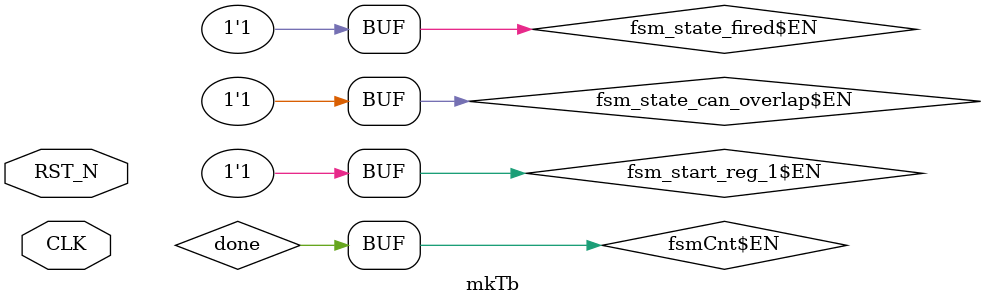
<source format=v>

`ifdef BSV_ASSIGNMENT_DELAY
`else
  `define BSV_ASSIGNMENT_DELAY
`endif

`ifdef BSV_POSITIVE_RESET
  `define BSV_RESET_VALUE 1'b1
  `define BSV_RESET_EDGE posedge
`else
  `define BSV_RESET_VALUE 1'b0
  `define BSV_RESET_EDGE negedge
`endif

module mkTb(CLK,
	    RST_N);
  input  CLK;
  input  RST_N;

  // inlined wires
  wire fsm_start_wire$whas, fsm_state_set_pw$whas;

  // register done
  reg done;
  wire done$D_IN, done$EN;

  // register fsmCnt
  reg [31 : 0] fsmCnt;
  wire [31 : 0] fsmCnt$D_IN;
  wire fsmCnt$EN;

  // register fsm_start_reg
  reg fsm_start_reg;
  wire fsm_start_reg$D_IN, fsm_start_reg$EN;

  // register fsm_start_reg_1
  reg fsm_start_reg_1;
  wire fsm_start_reg_1$D_IN, fsm_start_reg_1$EN;

  // register fsm_state_can_overlap
  reg fsm_state_can_overlap;
  wire fsm_state_can_overlap$D_IN, fsm_state_can_overlap$EN;

  // register fsm_state_fired
  reg fsm_state_fired;
  wire fsm_state_fired$D_IN, fsm_state_fired$EN;

  // register fsm_state_mkFSMstate
  reg [4 : 0] fsm_state_mkFSMstate;
  reg [4 : 0] fsm_state_mkFSMstate$D_IN;
  wire fsm_state_mkFSMstate$EN;

  // register hash
  reg [31 : 0] hash;
  wire [31 : 0] hash$D_IN;
  wire hash$EN;

  // register val
  reg [31 : 0] val;
  reg [31 : 0] val$D_IN;
  wire val$EN;

  // rule scheduling signals
  wire WILL_FIRE_RL_fsm_action_l87c13,
       WILL_FIRE_RL_fsm_fsm_start,
       WILL_FIRE_RL_fsm_idle_l86c17,
       WILL_FIRE_RL_rl_finish,
       WILL_FIRE_RL_rl_start,
       WILL_FIRE_RL_rl_step;

  // inputs to muxes for submodule ports
  wire [31 : 0] MUX_val$write_1__VAL_10;

  // declarations used by system tasks
  // synopsys translate_off
  reg [63 : 0] v__h26293;
  reg [63 : 0] v__h26356;
  reg [63 : 0] v__h26478;
  reg [63 : 0] v__h26692;
  reg [63 : 0] v__h26568;
  // synopsys translate_on

  // remaining internal signals
  wire [63 : 0] hash_5_XOR_val_6_MUL_0xCC9E2D51_7_BITS_16_TO_0_ETC___d57,
		val_6_MUL_0xCC9E2D51_7_BITS_16_TO_0_8_CONCAT_v_ETC___d51,
		val_6_MUL_0xCC9E2D51___d47;
  wire [31 : 0] a__h23536,
		a__h24063,
		a__h24067,
		a__h24071,
		a__h24072,
		b__h24065,
		b__h24066,
		b__h24070,
		b__h24074,
		b__h24075,
		c__h24068,
		c__h24069,
		c__h24073,
		c__h24077,
		h__h22398,
		hash_5_MINUS_0x30405060___d63,
		hash_5_XOR_val_6_MUL_0xCC9E2D51_7_BITS_16_TO_0_ETC___d53,
		key__h26500,
		n__h24173,
		n__h24219,
		n__h24265,
		n__h24311,
		n__h24357,
		result__h26390,
		x__h23507,
		x__h24047;
  wire fsm_abort_whas_AND_fsm_abort_wget_OR_fsm_state_ETC___d137;

  // rule RL_rl_start
  assign WILL_FIRE_RL_rl_start =
	     fsm_abort_whas_AND_fsm_abort_wget_OR_fsm_state_ETC___d137 &&
	     !fsm_start_reg &&
	     !done ;

  // rule RL_rl_step
  assign WILL_FIRE_RL_rl_step =
	     (fsm_state_mkFSMstate != 5'd0 && fsm_state_mkFSMstate != 5'd14 ||
	      fsm_start_reg_1 && !fsm_state_fired ||
	      fsm_start_reg) &&
	     val != 32'd0 ;

  // rule RL_rl_finish
  assign WILL_FIRE_RL_rl_finish = (fsmCnt ^ 32'h80000000) > 32'h80000000 ;

  // rule RL_fsm_fsm_start
  assign WILL_FIRE_RL_fsm_fsm_start =
	     fsm_abort_whas_AND_fsm_abort_wget_OR_fsm_state_ETC___d137 &&
	     fsm_start_reg ;

  // rule RL_fsm_action_l87c13
  assign WILL_FIRE_RL_fsm_action_l87c13 =
	     fsm_start_wire$whas &&
	     (fsm_state_mkFSMstate == 5'd0 || fsm_state_mkFSMstate == 5'd14) ;

  // rule RL_fsm_idle_l86c17
  assign WILL_FIRE_RL_fsm_idle_l86c17 =
	     !fsm_start_wire$whas && fsm_state_mkFSMstate == 5'd14 ;

  // inputs to muxes for submodule ports
  assign MUX_val$write_1__VAL_10 =
	     hash_5_XOR_val_6_MUL_0xCC9E2D51_7_BITS_16_TO_0_ETC___d57[31:0] +
	     32'hE6546B64 ;

  // inlined wires
  assign fsm_start_wire$whas =
	     WILL_FIRE_RL_fsm_fsm_start ||
	     fsm_start_reg_1 && !fsm_state_fired ;
  assign fsm_state_set_pw$whas =
	     WILL_FIRE_RL_fsm_idle_l86c17 || fsm_state_mkFSMstate == 5'd13 ||
	     fsm_state_mkFSMstate == 5'd12 ||
	     fsm_state_mkFSMstate == 5'd11 ||
	     fsm_state_mkFSMstate == 5'd10 ||
	     fsm_state_mkFSMstate == 5'd9 ||
	     fsm_state_mkFSMstate == 5'd8 ||
	     fsm_state_mkFSMstate == 5'd7 ||
	     fsm_state_mkFSMstate == 5'd6 ||
	     fsm_state_mkFSMstate == 5'd5 ||
	     fsm_state_mkFSMstate == 5'd4 ||
	     fsm_state_mkFSMstate == 5'd3 ||
	     fsm_state_mkFSMstate == 5'd2 ||
	     fsm_state_mkFSMstate == 5'd1 ||
	     WILL_FIRE_RL_fsm_action_l87c13 ;

  // register done
  assign done$D_IN = fsm_state_mkFSMstate == 5'd12 ;
  assign done$EN = done || fsm_state_mkFSMstate == 5'd12 ;

  // register fsmCnt
  assign fsmCnt$D_IN = fsmCnt + 32'd1 ;
  assign fsmCnt$EN = done ;

  // register fsm_start_reg
  assign fsm_start_reg$D_IN = !WILL_FIRE_RL_fsm_fsm_start ;
  assign fsm_start_reg$EN =
	     WILL_FIRE_RL_fsm_fsm_start || WILL_FIRE_RL_rl_start ;

  // register fsm_start_reg_1
  assign fsm_start_reg_1$D_IN = fsm_start_wire$whas ;
  assign fsm_start_reg_1$EN = 1'd1 ;

  // register fsm_state_can_overlap
  assign fsm_state_can_overlap$D_IN =
	     fsm_state_set_pw$whas || fsm_state_can_overlap ;
  assign fsm_state_can_overlap$EN = 1'd1 ;

  // register fsm_state_fired
  assign fsm_state_fired$D_IN = fsm_state_set_pw$whas ;
  assign fsm_state_fired$EN = 1'd1 ;

  // register fsm_state_mkFSMstate
  always@(WILL_FIRE_RL_fsm_idle_l86c17 or
	  WILL_FIRE_RL_fsm_action_l87c13 or fsm_state_mkFSMstate)
  begin
    case (1'b1) // synopsys parallel_case
      WILL_FIRE_RL_fsm_idle_l86c17: fsm_state_mkFSMstate$D_IN = 5'd0;
      WILL_FIRE_RL_fsm_action_l87c13: fsm_state_mkFSMstate$D_IN = 5'd1;
      fsm_state_mkFSMstate == 5'd1: fsm_state_mkFSMstate$D_IN = 5'd2;
      fsm_state_mkFSMstate == 5'd2: fsm_state_mkFSMstate$D_IN = 5'd3;
      fsm_state_mkFSMstate == 5'd3: fsm_state_mkFSMstate$D_IN = 5'd4;
      fsm_state_mkFSMstate == 5'd4: fsm_state_mkFSMstate$D_IN = 5'd5;
      fsm_state_mkFSMstate == 5'd5: fsm_state_mkFSMstate$D_IN = 5'd6;
      fsm_state_mkFSMstate == 5'd6: fsm_state_mkFSMstate$D_IN = 5'd7;
      fsm_state_mkFSMstate == 5'd7: fsm_state_mkFSMstate$D_IN = 5'd8;
      fsm_state_mkFSMstate == 5'd8: fsm_state_mkFSMstate$D_IN = 5'd9;
      fsm_state_mkFSMstate == 5'd9: fsm_state_mkFSMstate$D_IN = 5'd10;
      fsm_state_mkFSMstate == 5'd10: fsm_state_mkFSMstate$D_IN = 5'd11;
      fsm_state_mkFSMstate == 5'd11: fsm_state_mkFSMstate$D_IN = 5'd12;
      fsm_state_mkFSMstate == 5'd12: fsm_state_mkFSMstate$D_IN = 5'd13;
      fsm_state_mkFSMstate == 5'd13: fsm_state_mkFSMstate$D_IN = 5'd14;
      default: fsm_state_mkFSMstate$D_IN = 5'b01010 /* unspecified value */ ;
    endcase
  end
  assign fsm_state_mkFSMstate$EN =
	     WILL_FIRE_RL_fsm_idle_l86c17 || WILL_FIRE_RL_fsm_action_l87c13 ||
	     fsm_state_mkFSMstate == 5'd1 ||
	     fsm_state_mkFSMstate == 5'd2 ||
	     fsm_state_mkFSMstate == 5'd3 ||
	     fsm_state_mkFSMstate == 5'd4 ||
	     fsm_state_mkFSMstate == 5'd5 ||
	     fsm_state_mkFSMstate == 5'd6 ||
	     fsm_state_mkFSMstate == 5'd7 ||
	     fsm_state_mkFSMstate == 5'd8 ||
	     fsm_state_mkFSMstate == 5'd9 ||
	     fsm_state_mkFSMstate == 5'd10 ||
	     fsm_state_mkFSMstate == 5'd11 ||
	     fsm_state_mkFSMstate == 5'd12 ||
	     fsm_state_mkFSMstate == 5'd13 ;

  // register hash
  assign hash$D_IN = MUX_val$write_1__VAL_10 ;
  assign hash$EN = fsm_state_mkFSMstate == 5'd4 ;

  // register val
  always@(WILL_FIRE_RL_fsm_action_l87c13 or
	  fsm_state_mkFSMstate or
	  x__h24047 or
	  x__h23507 or a__h23536 or done or MUX_val$write_1__VAL_10)
  case (1'b1)
    WILL_FIRE_RL_fsm_action_l87c13: val$D_IN = 32'h12345678;
    fsm_state_mkFSMstate == 5'd11: val$D_IN = 32'h6F57206F;
    fsm_state_mkFSMstate == 5'd10: val$D_IN = 32'h6C6C6548;
    fsm_state_mkFSMstate == 5'd9: val$D_IN = 32'h72726F63;
    fsm_state_mkFSMstate == 5'd8: val$D_IN = 32'h636F7272;
    fsm_state_mkFSMstate == 5'd7: val$D_IN = x__h24047;
    fsm_state_mkFSMstate == 5'd6: val$D_IN = x__h23507;
    fsm_state_mkFSMstate == 5'd5: val$D_IN = a__h23536;
    done: val$D_IN = 32'd0;
    fsm_state_mkFSMstate == 5'd4: val$D_IN = MUX_val$write_1__VAL_10;
    fsm_state_mkFSMstate == 5'd3: val$D_IN = 32'hABCDEF01;
    fsm_state_mkFSMstate == 5'd2: val$D_IN = 32'h01020304;
    fsm_state_mkFSMstate == 5'd1: val$D_IN = 32'h11223344;
    default: val$D_IN = 32'hAAAAAAAA /* unspecified value */ ;
  endcase
  assign val$EN =
	     fsm_state_mkFSMstate == 5'd4 || fsm_state_mkFSMstate == 5'd5 ||
	     fsm_state_mkFSMstate == 5'd6 ||
	     fsm_state_mkFSMstate == 5'd7 ||
	     done ||
	     fsm_state_mkFSMstate == 5'd2 ||
	     fsm_state_mkFSMstate == 5'd1 ||
	     WILL_FIRE_RL_fsm_action_l87c13 ||
	     fsm_state_mkFSMstate == 5'd8 ||
	     fsm_state_mkFSMstate == 5'd10 ||
	     fsm_state_mkFSMstate == 5'd11 ||
	     fsm_state_mkFSMstate == 5'd9 ||
	     fsm_state_mkFSMstate == 5'd3 ;

  // remaining internal signals
  assign a__h23536 = a__h24072 + c__h24073 ;
  assign a__h24063 =
	     { hash_5_MINUS_0x30405060___d63[31:27],
	       ~hash_5_MINUS_0x30405060___d63[26],
	       hash_5_MINUS_0x30405060___d63[25:19],
	       ~hash_5_MINUS_0x30405060___d63[18],
	       hash_5_MINUS_0x30405060___d63[17],
	       ~hash_5_MINUS_0x30405060___d63[16],
	       hash_5_MINUS_0x30405060___d63[15:11],
	       ~hash_5_MINUS_0x30405060___d63[10:9],
	       hash_5_MINUS_0x30405060___d63[8:2],
	       ~hash_5_MINUS_0x30405060___d63[1:0] } ;
  assign a__h24067 = a__h24063 + 32'd1114941144 ;
  assign a__h24071 = a__h24067 - c__h24069 ;
  assign a__h24072 = a__h24071 ^ n__h24265 ;
  assign b__h24065 = 32'h12345678 - a__h24063 ;
  assign b__h24066 = b__h24065 ^ n__h24173 ;
  assign b__h24070 = b__h24066 + a__h24067 ;
  assign b__h24074 = b__h24070 - a__h24072 ;
  assign b__h24075 = b__h24074 ^ n__h24311 ;
  assign c__h24068 = 32'd1114941144 - b__h24066 ;
  assign c__h24069 = c__h24068 ^ n__h24219 ;
  assign c__h24073 = c__h24069 + b__h24070 ;
  assign c__h24077 = c__h24073 - b__h24075 ;
  assign fsm_abort_whas_AND_fsm_abort_wget_OR_fsm_state_ETC___d137 =
	     (fsm_state_mkFSMstate == 5'd0 ||
	      fsm_state_mkFSMstate == 5'd14) &&
	     (!fsm_start_reg_1 || fsm_state_fired) ;
  assign h__h22398 =
	     { hash_5_XOR_val_6_MUL_0xCC9E2D51_7_BITS_16_TO_0_ETC___d53[18:0],
	       hash_5_XOR_val_6_MUL_0xCC9E2D51_7_BITS_16_TO_0_ETC___d53[31:19] } ;
  assign hash_5_MINUS_0x30405060___d63 = hash - 32'h30405060 ;
  assign hash_5_XOR_val_6_MUL_0xCC9E2D51_7_BITS_16_TO_0_ETC___d53 =
	     hash ^
	     val_6_MUL_0xCC9E2D51_7_BITS_16_TO_0_8_CONCAT_v_ETC___d51[31:0] ;
  assign hash_5_XOR_val_6_MUL_0xCC9E2D51_7_BITS_16_TO_0_ETC___d57 =
	     h__h22398 * 32'h00000005 ;
  assign key__h26500 =
	     { val_6_MUL_0xCC9E2D51___d47[16:0],
	       val_6_MUL_0xCC9E2D51___d47[31:17] } ;
  assign n__h24173 =
	     { hash_5_MINUS_0x30405060___d63[25:19],
	       ~hash_5_MINUS_0x30405060___d63[18],
	       hash_5_MINUS_0x30405060___d63[17],
	       ~hash_5_MINUS_0x30405060___d63[16],
	       hash_5_MINUS_0x30405060___d63[15:11],
	       ~hash_5_MINUS_0x30405060___d63[10:9],
	       hash_5_MINUS_0x30405060___d63[8:2],
	       ~hash_5_MINUS_0x30405060___d63[1:0],
	       hash_5_MINUS_0x30405060___d63[31:27],
	       ~hash_5_MINUS_0x30405060___d63[26] } ;
  assign n__h24219 = { b__h24066[23:0], b__h24066[31:24] } ;
  assign n__h24265 = { c__h24069[15:0], c__h24069[31:16] } ;
  assign n__h24311 = { a__h24072[12:0], a__h24072[31:13] } ;
  assign n__h24357 = { b__h24075[27:0], b__h24075[31:28] } ;
  assign result__h26390 = { val[7:0], val[15:8], val[23:16], val[31:24] } ;
  assign val_6_MUL_0xCC9E2D51_7_BITS_16_TO_0_8_CONCAT_v_ETC___d51 =
	     key__h26500 * 32'h1B873593 ;
  assign val_6_MUL_0xCC9E2D51___d47 = val * 32'hCC9E2D51 ;
  assign x__h23507 = b__h24075 + a__h23536 ;
  assign x__h24047 = c__h24077 ^ n__h24357 ;

  // handling of inlined registers

  always@(posedge CLK)
  begin
    if (RST_N == `BSV_RESET_VALUE)
      begin
        done <= `BSV_ASSIGNMENT_DELAY 1'd0;
	fsmCnt <= `BSV_ASSIGNMENT_DELAY 32'd0;
	fsm_start_reg <= `BSV_ASSIGNMENT_DELAY 1'd0;
	fsm_start_reg_1 <= `BSV_ASSIGNMENT_DELAY 1'd0;
	fsm_state_can_overlap <= `BSV_ASSIGNMENT_DELAY 1'd1;
	fsm_state_fired <= `BSV_ASSIGNMENT_DELAY 1'd0;
	fsm_state_mkFSMstate <= `BSV_ASSIGNMENT_DELAY 5'd0;
	hash <= `BSV_ASSIGNMENT_DELAY 32'h00001234;
	val <= `BSV_ASSIGNMENT_DELAY 32'd0;
      end
    else
      begin
        if (done$EN) done <= `BSV_ASSIGNMENT_DELAY done$D_IN;
	if (fsmCnt$EN) fsmCnt <= `BSV_ASSIGNMENT_DELAY fsmCnt$D_IN;
	if (fsm_start_reg$EN)
	  fsm_start_reg <= `BSV_ASSIGNMENT_DELAY fsm_start_reg$D_IN;
	if (fsm_start_reg_1$EN)
	  fsm_start_reg_1 <= `BSV_ASSIGNMENT_DELAY fsm_start_reg_1$D_IN;
	if (fsm_state_can_overlap$EN)
	  fsm_state_can_overlap <= `BSV_ASSIGNMENT_DELAY
	      fsm_state_can_overlap$D_IN;
	if (fsm_state_fired$EN)
	  fsm_state_fired <= `BSV_ASSIGNMENT_DELAY fsm_state_fired$D_IN;
	if (fsm_state_mkFSMstate$EN)
	  fsm_state_mkFSMstate <= `BSV_ASSIGNMENT_DELAY
	      fsm_state_mkFSMstate$D_IN;
	if (hash$EN) hash <= `BSV_ASSIGNMENT_DELAY hash$D_IN;
	if (val$EN) val <= `BSV_ASSIGNMENT_DELAY val$D_IN;
      end
  end

  // synopsys translate_off
  `ifdef BSV_NO_INITIAL_BLOCKS
  `else // not BSV_NO_INITIAL_BLOCKS
  initial
  begin
    done = 1'h0;
    fsmCnt = 32'hAAAAAAAA;
    fsm_start_reg = 1'h0;
    fsm_start_reg_1 = 1'h0;
    fsm_state_can_overlap = 1'h0;
    fsm_state_fired = 1'h0;
    fsm_state_mkFSMstate = 5'h0A;
    hash = 32'hAAAAAAAA;
    val = 32'hAAAAAAAA;
  end
  `endif // BSV_NO_INITIAL_BLOCKS
  // synopsys translate_on

  // handling of system tasks

  // synopsys translate_off
  always@(negedge CLK)
  begin
    #0;
    if (RST_N != `BSV_RESET_VALUE)
      if (WILL_FIRE_RL_rl_start)
	begin
	  v__h26293 = $time;
	  #0;
	end
    if (RST_N != `BSV_RESET_VALUE)
      if (WILL_FIRE_RL_rl_start) $display("rl_start at", v__h26293);
    if (RST_N != `BSV_RESET_VALUE)
      if (WILL_FIRE_RL_rl_step)
	begin
	  v__h26356 = $time;
	  #0;
	end
    if (RST_N != `BSV_RESET_VALUE)
      if (WILL_FIRE_RL_rl_step)
	$display("endian:\t%08x, %08x at %d", val, result__h26390, v__h26356);
    if (RST_N != `BSV_RESET_VALUE)
      if (WILL_FIRE_RL_rl_step)
	begin
	  v__h26478 = $time;
	  #0;
	end
    if (RST_N != `BSV_RESET_VALUE)
      if (WILL_FIRE_RL_rl_step)
	$display("scram:\t%08x, %08x at %d",
		 val,
		 val_6_MUL_0xCC9E2D51_7_BITS_16_TO_0_8_CONCAT_v_ETC___d51[31:0],
		 v__h26478);
    if (RST_N != `BSV_RESET_VALUE)
      if (WILL_FIRE_RL_rl_finish)
	begin
	  v__h26692 = $time;
	  #0;
	end
    if (RST_N != `BSV_RESET_VALUE)
      if (WILL_FIRE_RL_rl_finish) $display("finished at", v__h26692);
    if (RST_N != `BSV_RESET_VALUE) if (WILL_FIRE_RL_rl_finish) $finish(32'd1);
    if (RST_N != `BSV_RESET_VALUE)
      if (done)
	begin
	  v__h26568 = $time;
	  #0;
	end
    if (RST_N != `BSV_RESET_VALUE) if (done) $display("done at", v__h26568);
    if (RST_N != `BSV_RESET_VALUE)
      if (fsm_state_mkFSMstate == 5'd5)
	$display("\tabc[%1d]=%08x", $signed(32'd0), a__h23536);
    if (RST_N != `BSV_RESET_VALUE)
      if (fsm_state_mkFSMstate == 5'd5)
	$display("\tabc[%1d]=%08x", $signed(32'd1), x__h23507);
    if (RST_N != `BSV_RESET_VALUE)
      if (fsm_state_mkFSMstate == 5'd5)
	$display("\tabc[%1d]=%08x", $signed(32'd2), x__h24047);
    if (RST_N != `BSV_RESET_VALUE)
      if (fsm_state_mkFSMstate == 5'd13) $display("\t** final action **");
    if (RST_N != `BSV_RESET_VALUE)
      if (fsm_state_mkFSMstate == 5'd1 &&
	  (fsm_state_mkFSMstate == 5'd2 || fsm_state_mkFSMstate == 5'd3 ||
	   fsm_state_mkFSMstate == 5'd4 ||
	   fsm_state_mkFSMstate == 5'd5 ||
	   fsm_state_mkFSMstate == 5'd6 ||
	   fsm_state_mkFSMstate == 5'd7 ||
	   fsm_state_mkFSMstate == 5'd8 ||
	   fsm_state_mkFSMstate == 5'd9 ||
	   fsm_state_mkFSMstate == 5'd10 ||
	   fsm_state_mkFSMstate == 5'd11 ||
	   fsm_state_mkFSMstate == 5'd12 ||
	   fsm_state_mkFSMstate == 5'd13))
	$display("Error: \"Tb.bsv\", line 88, column 13: (R0001)\n  Mutually exclusive rules (from the ME sets [RL_fsm_action_l88c13] and\n  [RL_fsm_action_l89c13, RL_fsm_action_l90c13, RL_fsm_action_l91c9,\n  RL_fsm_action_l100c9, RL_fsm_action_l106c9, RL_fsm_action_l110c9,\n  RL_fsm_action_l114c13, RL_fsm_action_l115c13, RL_fsm_action_l116c13,\n  RL_fsm_action_l117c13, RL_fsm_action_l118c14, RL_fsm_action_l119c9] ) fired\n  in the same clock cycle.\n");
    if (RST_N != `BSV_RESET_VALUE)
      if (fsm_state_mkFSMstate == 5'd2 &&
	  (fsm_state_mkFSMstate == 5'd3 || fsm_state_mkFSMstate == 5'd4 ||
	   fsm_state_mkFSMstate == 5'd5 ||
	   fsm_state_mkFSMstate == 5'd6 ||
	   fsm_state_mkFSMstate == 5'd7 ||
	   fsm_state_mkFSMstate == 5'd8 ||
	   fsm_state_mkFSMstate == 5'd9 ||
	   fsm_state_mkFSMstate == 5'd10 ||
	   fsm_state_mkFSMstate == 5'd11 ||
	   fsm_state_mkFSMstate == 5'd12 ||
	   fsm_state_mkFSMstate == 5'd13))
	$display("Error: \"Tb.bsv\", line 89, column 13: (R0001)\n  Mutually exclusive rules (from the ME sets [RL_fsm_action_l89c13] and\n  [RL_fsm_action_l90c13, RL_fsm_action_l91c9, RL_fsm_action_l100c9,\n  RL_fsm_action_l106c9, RL_fsm_action_l110c9, RL_fsm_action_l114c13,\n  RL_fsm_action_l115c13, RL_fsm_action_l116c13, RL_fsm_action_l117c13,\n  RL_fsm_action_l118c14, RL_fsm_action_l119c9] ) fired in the same clock\n  cycle.\n");
    if (RST_N != `BSV_RESET_VALUE)
      if (fsm_state_mkFSMstate == 5'd3 &&
	  (fsm_state_mkFSMstate == 5'd4 || fsm_state_mkFSMstate == 5'd5 ||
	   fsm_state_mkFSMstate == 5'd6 ||
	   fsm_state_mkFSMstate == 5'd7 ||
	   fsm_state_mkFSMstate == 5'd8 ||
	   fsm_state_mkFSMstate == 5'd9 ||
	   fsm_state_mkFSMstate == 5'd10 ||
	   fsm_state_mkFSMstate == 5'd11 ||
	   fsm_state_mkFSMstate == 5'd12 ||
	   fsm_state_mkFSMstate == 5'd13))
	$display("Error: \"Tb.bsv\", line 90, column 13: (R0001)\n  Mutually exclusive rules (from the ME sets [RL_fsm_action_l90c13] and\n  [RL_fsm_action_l91c9, RL_fsm_action_l100c9, RL_fsm_action_l106c9,\n  RL_fsm_action_l110c9, RL_fsm_action_l114c13, RL_fsm_action_l115c13,\n  RL_fsm_action_l116c13, RL_fsm_action_l117c13, RL_fsm_action_l118c14,\n  RL_fsm_action_l119c9] ) fired in the same clock cycle.\n");
    if (RST_N != `BSV_RESET_VALUE)
      if (fsm_state_mkFSMstate == 5'd4 &&
	  (fsm_state_mkFSMstate == 5'd5 || fsm_state_mkFSMstate == 5'd6 ||
	   fsm_state_mkFSMstate == 5'd7 ||
	   fsm_state_mkFSMstate == 5'd8 ||
	   fsm_state_mkFSMstate == 5'd9 ||
	   fsm_state_mkFSMstate == 5'd10 ||
	   fsm_state_mkFSMstate == 5'd11 ||
	   fsm_state_mkFSMstate == 5'd12 ||
	   fsm_state_mkFSMstate == 5'd13))
	$display("Error: \"Tb.bsv\", line 91, column 9: (R0001)\n  Mutually exclusive rules (from the ME sets [RL_fsm_action_l91c9] and\n  [RL_fsm_action_l100c9, RL_fsm_action_l106c9, RL_fsm_action_l110c9,\n  RL_fsm_action_l114c13, RL_fsm_action_l115c13, RL_fsm_action_l116c13,\n  RL_fsm_action_l117c13, RL_fsm_action_l118c14, RL_fsm_action_l119c9] ) fired\n  in the same clock cycle.\n");
    if (RST_N != `BSV_RESET_VALUE)
      if (fsm_state_mkFSMstate == 5'd5 &&
	  (fsm_state_mkFSMstate == 5'd6 || fsm_state_mkFSMstate == 5'd7 ||
	   fsm_state_mkFSMstate == 5'd8 ||
	   fsm_state_mkFSMstate == 5'd9 ||
	   fsm_state_mkFSMstate == 5'd10 ||
	   fsm_state_mkFSMstate == 5'd11 ||
	   fsm_state_mkFSMstate == 5'd12 ||
	   fsm_state_mkFSMstate == 5'd13))
	$display("Error: \"Tb.bsv\", line 100, column 9: (R0001)\n  Mutually exclusive rules (from the ME sets [RL_fsm_action_l100c9] and\n  [RL_fsm_action_l106c9, RL_fsm_action_l110c9, RL_fsm_action_l114c13,\n  RL_fsm_action_l115c13, RL_fsm_action_l116c13, RL_fsm_action_l117c13,\n  RL_fsm_action_l118c14, RL_fsm_action_l119c9] ) fired in the same clock\n  cycle.\n");
    if (RST_N != `BSV_RESET_VALUE)
      if (fsm_state_mkFSMstate == 5'd7 &&
	  (fsm_state_mkFSMstate == 5'd8 || fsm_state_mkFSMstate == 5'd9 ||
	   fsm_state_mkFSMstate == 5'd10 ||
	   fsm_state_mkFSMstate == 5'd11 ||
	   fsm_state_mkFSMstate == 5'd12 ||
	   fsm_state_mkFSMstate == 5'd13))
	$display("Error: \"Tb.bsv\", line 110, column 9: (R0001)\n  Mutually exclusive rules (from the ME sets [RL_fsm_action_l110c9] and\n  [RL_fsm_action_l114c13, RL_fsm_action_l115c13, RL_fsm_action_l116c13,\n  RL_fsm_action_l117c13, RL_fsm_action_l118c14, RL_fsm_action_l119c9] ) fired\n  in the same clock cycle.\n");
    if (RST_N != `BSV_RESET_VALUE)
      if (fsm_state_mkFSMstate == 5'd6 &&
	  (fsm_state_mkFSMstate == 5'd7 || fsm_state_mkFSMstate == 5'd8 ||
	   fsm_state_mkFSMstate == 5'd9 ||
	   fsm_state_mkFSMstate == 5'd10 ||
	   fsm_state_mkFSMstate == 5'd11 ||
	   fsm_state_mkFSMstate == 5'd12 ||
	   fsm_state_mkFSMstate == 5'd13))
	$display("Error: \"Tb.bsv\", line 106, column 9: (R0001)\n  Mutually exclusive rules (from the ME sets [RL_fsm_action_l106c9] and\n  [RL_fsm_action_l110c9, RL_fsm_action_l114c13, RL_fsm_action_l115c13,\n  RL_fsm_action_l116c13, RL_fsm_action_l117c13, RL_fsm_action_l118c14,\n  RL_fsm_action_l119c9] ) fired in the same clock cycle.\n");
    if (RST_N != `BSV_RESET_VALUE)
      if (fsm_state_mkFSMstate == 5'd8 &&
	  (fsm_state_mkFSMstate == 5'd9 || fsm_state_mkFSMstate == 5'd10 ||
	   fsm_state_mkFSMstate == 5'd11 ||
	   fsm_state_mkFSMstate == 5'd12 ||
	   fsm_state_mkFSMstate == 5'd13))
	$display("Error: \"Tb.bsv\", line 114, column 13: (R0001)\n  Mutually exclusive rules (from the ME sets [RL_fsm_action_l114c13] and\n  [RL_fsm_action_l115c13, RL_fsm_action_l116c13, RL_fsm_action_l117c13,\n  RL_fsm_action_l118c14, RL_fsm_action_l119c9] ) fired in the same clock\n  cycle.\n");
    if (RST_N != `BSV_RESET_VALUE)
      if (fsm_state_mkFSMstate == 5'd9 &&
	  (fsm_state_mkFSMstate == 5'd10 || fsm_state_mkFSMstate == 5'd11 ||
	   fsm_state_mkFSMstate == 5'd12 ||
	   fsm_state_mkFSMstate == 5'd13))
	$display("Error: \"Tb.bsv\", line 115, column 13: (R0001)\n  Mutually exclusive rules (from the ME sets [RL_fsm_action_l115c13] and\n  [RL_fsm_action_l116c13, RL_fsm_action_l117c13, RL_fsm_action_l118c14,\n  RL_fsm_action_l119c9] ) fired in the same clock cycle.\n");
    if (RST_N != `BSV_RESET_VALUE)
      if (fsm_state_mkFSMstate == 5'd10 &&
	  (fsm_state_mkFSMstate == 5'd11 || fsm_state_mkFSMstate == 5'd12 ||
	   fsm_state_mkFSMstate == 5'd13))
	$display("Error: \"Tb.bsv\", line 116, column 13: (R0001)\n  Mutually exclusive rules (from the ME sets [RL_fsm_action_l116c13] and\n  [RL_fsm_action_l117c13, RL_fsm_action_l118c14, RL_fsm_action_l119c9] ) fired\n  in the same clock cycle.\n");
    if (RST_N != `BSV_RESET_VALUE)
      if (fsm_state_mkFSMstate == 5'd11 &&
	  (fsm_state_mkFSMstate == 5'd12 || fsm_state_mkFSMstate == 5'd13))
	$display("Error: \"Tb.bsv\", line 117, column 13: (R0001)\n  Mutually exclusive rules (from the ME sets [RL_fsm_action_l117c13] and\n  [RL_fsm_action_l118c14, RL_fsm_action_l119c9] ) fired in the same clock\n  cycle.\n");
    if (RST_N != `BSV_RESET_VALUE)
      if (fsm_state_mkFSMstate == 5'd12 && fsm_state_mkFSMstate == 5'd13)
	$display("Error: \"Tb.bsv\", line 118, column 14: (R0001)\n  Mutually exclusive rules (from the ME sets [RL_fsm_action_l118c14] and\n  [RL_fsm_action_l119c9] ) fired in the same clock cycle.\n");
    if (RST_N != `BSV_RESET_VALUE)
      if (WILL_FIRE_RL_fsm_action_l87c13 &&
	  (fsm_state_mkFSMstate == 5'd1 || fsm_state_mkFSMstate == 5'd2 ||
	   fsm_state_mkFSMstate == 5'd3 ||
	   fsm_state_mkFSMstate == 5'd4 ||
	   fsm_state_mkFSMstate == 5'd5 ||
	   fsm_state_mkFSMstate == 5'd6 ||
	   fsm_state_mkFSMstate == 5'd7 ||
	   fsm_state_mkFSMstate == 5'd8 ||
	   fsm_state_mkFSMstate == 5'd9 ||
	   fsm_state_mkFSMstate == 5'd10 ||
	   fsm_state_mkFSMstate == 5'd11 ||
	   fsm_state_mkFSMstate == 5'd12 ||
	   fsm_state_mkFSMstate == 5'd13))
	$display("Error: \"Tb.bsv\", line 87, column 13: (R0001)\n  Mutually exclusive rules (from the ME sets [RL_fsm_action_l87c13] and\n  [RL_fsm_action_l88c13, RL_fsm_action_l89c13, RL_fsm_action_l90c13,\n  RL_fsm_action_l91c9, RL_fsm_action_l100c9, RL_fsm_action_l106c9,\n  RL_fsm_action_l110c9, RL_fsm_action_l114c13, RL_fsm_action_l115c13,\n  RL_fsm_action_l116c13, RL_fsm_action_l117c13, RL_fsm_action_l118c14,\n  RL_fsm_action_l119c9] ) fired in the same clock cycle.\n");
  end
  // synopsys translate_on
endmodule  // mkTb


</source>
